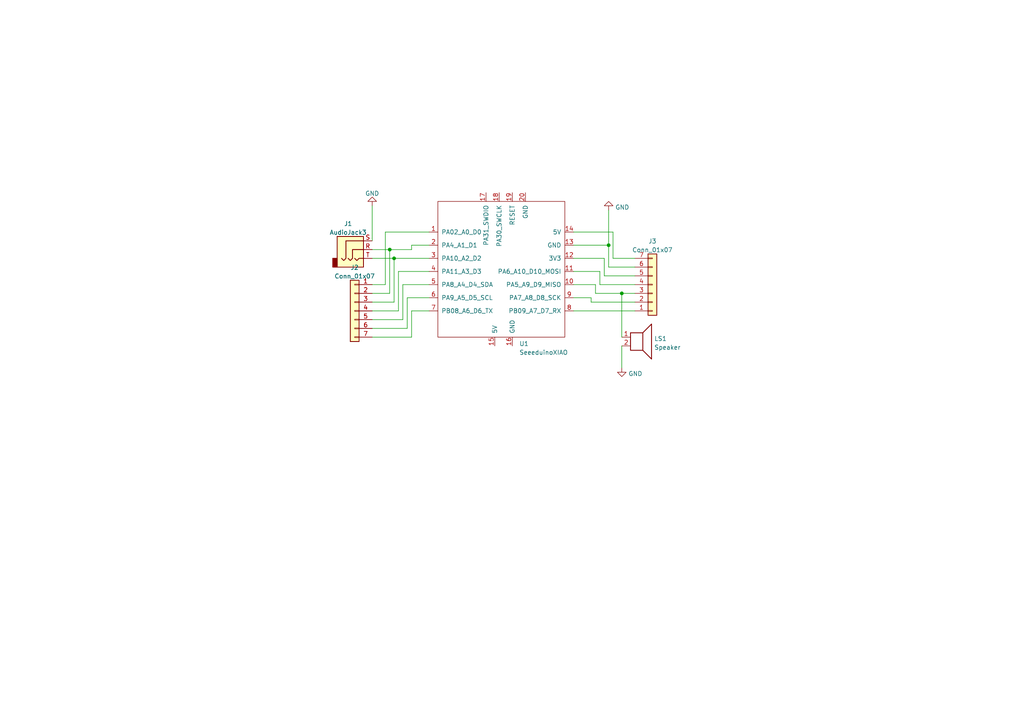
<source format=kicad_sch>
(kicad_sch (version 20211123) (generator eeschema)
  (paper "A4")
  (lib_symbols
    (symbol "Connector:AudioJack3"
      (property "Reference" "J" (at 0 8.89 0))
      (property "Value" "AudioJack3" (at 0 6.35 0))
      (symbol "AudioJack3_0_1"
        (rectangle (start -5.08 -5.08) (end -6.35 -2.54) (stroke (width 0.254)) (fill (type outline)))
        (polyline (pts (xy 0 -2.54) (xy 0.635 -3.175) (xy 1.27 -2.54) (xy 2.54 -2.54)) (stroke (width 0.254)))
        (polyline (pts (xy -1.905 -2.54) (xy -1.27 -3.175) (xy -0.635 -2.54) (xy -0.635 0) (xy 2.54 0)) (stroke (width 0.254)))
        (polyline (pts (xy 2.54 2.54) (xy -2.54 2.54) (xy -2.54 -2.54) (xy -3.175 -3.175) (xy -3.81 -2.54)) (stroke (width 0.254)))
        (rectangle (start 2.54 3.81) (end -5.08 -5.08) (stroke (width 0.254)) (fill (type background)))
      )
      (symbol "AudioJack3_1_1"
        (pin passive line (at 5.08 0 180) (length 2.54) (name "~") (number "R"))
        (pin passive line (at 5.08 2.54 180) (length 2.54) (name "~") (number "S"))
        (pin passive line (at 5.08 -2.54 180) (length 2.54) (name "~") (number "T"))
      )
    )
    (symbol "Connector_Generic:Conn_01x07" (pin_names (offset 1.016) hide)
      (property "Reference" "J" (at 0 10.16 0))
      (property "Value" "Conn_01x07" (at 0 -10.16 0))
      (symbol "Conn_01x07_1_1"
        (rectangle (start -1.27 -7.493) (end 0 -7.747) (stroke (width 0.1524)))
        (rectangle (start -1.27 -4.953) (end 0 -5.207) (stroke (width 0.1524)))
        (rectangle (start -1.27 -2.413) (end 0 -2.667) (stroke (width 0.1524)))
        (rectangle (start -1.27 0.127) (end 0 -0.127) (stroke (width 0.1524)))
        (rectangle (start -1.27 2.667) (end 0 2.413) (stroke (width 0.1524)))
        (rectangle (start -1.27 5.207) (end 0 4.953) (stroke (width 0.1524)))
        (rectangle (start -1.27 7.747) (end 0 7.493) (stroke (width 0.1524)))
        (rectangle (start -1.27 8.89) (end 1.27 -8.89) (stroke (width 0.254)) (fill (type background)))
        (pin passive line (at -5.08 7.62 0) (length 3.81) (name "Pin_1") (number "1"))
        (pin passive line (at -5.08 5.08 0) (length 3.81) (name "Pin_2") (number "2"))
        (pin passive line (at -5.08 2.54 0) (length 3.81) (name "Pin_3") (number "3"))
        (pin passive line (at -5.08 0 0) (length 3.81) (name "Pin_4") (number "4"))
        (pin passive line (at -5.08 -2.54 0) (length 3.81) (name "Pin_5") (number "5"))
        (pin passive line (at -5.08 -5.08 0) (length 3.81) (name "Pin_6") (number "6"))
        (pin passive line (at -5.08 -7.62 0) (length 3.81) (name "Pin_7") (number "7"))
      )
    )
    (symbol "Device:Speaker" (pin_names (offset 0) hide)
      (property "Reference" "LS" (at 1.27 5.715 0))
      (property "Value" "Speaker" (at 1.27 3.81 0))
      (symbol "Speaker_0_0"
        (rectangle (start -2.54 1.27) (end 1.016 -3.81) (stroke (width 0.254)))
        (polyline (pts (xy 1.016 1.27) (xy 3.556 3.81) (xy 3.556 -6.35) (xy 1.016 -3.81)) (stroke (width 0.254)))
      )
      (symbol "Speaker_1_1"
        (pin input line (at -5.08 0 0) (length 2.54) (name "1") (number "1"))
        (pin input line (at -5.08 -2.54 0) (length 2.54) (name "2") (number "2"))
      )
    )
    (symbol "Seeeduino XIAO:SeeeduinoXIAO" (pin_names (offset 1.016))
      (property "Reference" "U" (at -19.05 22.86 0))
      (property "Value" "SeeeduinoXIAO" (at -12.7 21.59 0))
      (symbol "SeeeduinoXIAO_0_1"
        (rectangle (start -19.05 20.32) (end 17.78 -19.05))
      )
      (symbol "SeeeduinoXIAO_1_1"
        (pin unspecified line (at -21.59 11.43 0) (length 2.54) (name "PA02_A0_D0") (number "1"))
        (pin unspecified line (at 20.32 -3.81 180) (length 2.54) (name "PA5_A9_D9_MISO") (number "10"))
        (pin unspecified line (at 20.32 0 180) (length 2.54) (name "PA6_A10_D10_MOSI") (number "11"))
        (pin unspecified line (at 20.32 3.81 180) (length 2.54) (name "3V3") (number "12"))
        (pin unspecified line (at 20.32 7.62 180) (length 2.54) (name "GND") (number "13"))
        (pin unspecified line (at 20.32 11.43 180) (length 2.54) (name "5V") (number "14"))
        (pin input line (at -2.54 -21.59 90) (length 2.54) (name "5V") (number "15"))
        (pin input line (at 2.54 -21.59 90) (length 2.54) (name "GND") (number "16"))
        (pin input line (at -5.08 22.86 270) (length 2.54) (name "PA31_SWDIO") (number "17"))
        (pin input line (at -1.27 22.86 270) (length 2.54) (name "PA30_SWCLK") (number "18"))
        (pin input line (at 2.54 22.86 270) (length 2.54) (name "RESET") (number "19"))
        (pin unspecified line (at -21.59 7.62 0) (length 2.54) (name "PA4_A1_D1") (number "2"))
        (pin input line (at 6.35 22.86 270) (length 2.54) (name "GND") (number "20"))
        (pin unspecified line (at -21.59 3.81 0) (length 2.54) (name "PA10_A2_D2") (number "3"))
        (pin unspecified line (at -21.59 0 0) (length 2.54) (name "PA11_A3_D3") (number "4"))
        (pin unspecified line (at -21.59 -3.81 0) (length 2.54) (name "PA8_A4_D4_SDA") (number "5"))
        (pin unspecified line (at -21.59 -7.62 0) (length 2.54) (name "PA9_A5_D5_SCL") (number "6"))
        (pin unspecified line (at -21.59 -11.43 0) (length 2.54) (name "PB08_A6_D6_TX") (number "7"))
        (pin unspecified line (at 20.32 -11.43 180) (length 2.54) (name "PB09_A7_D7_RX") (number "8"))
        (pin unspecified line (at 20.32 -7.62 180) (length 2.54) (name "PA7_A8_D8_SCK") (number "9"))
      )
    )
    (symbol "power:GND" (power) (pin_names (offset 0))
      (property "Value" "GND" (at 0 -3.81 0))
      (symbol "GND_0_1"
        (polyline (pts (xy 0 0) (xy 0 -1.27) (xy 1.27 -1.27) (xy 0 -2.54) (xy -1.27 -1.27) (xy 0 -1.27)))
      )
      (symbol "GND_1_1"
        (pin power_in line (at 0 0 270) (length 0) hide (name "GND") (number "1"))
      )
    )
  )
  (junction (at 180.34 85.09))
  (junction (at 113.03 72.39))
  (junction (at 176.53 71.12))
  (junction (at 114.3 74.93))
  (wire (pts (xy 184.15 80.01) (xy 175.26 80.01)))
  (wire (pts (xy 180.34 85.09) (xy 180.34 97.79)))
  (wire (pts (xy 166.37 82.55) (xy 172.72 82.55)))
  (wire (pts (xy 114.3 74.93) (xy 114.3 87.63)))
  (wire (pts (xy 111.76 82.55) (xy 111.76 67.31)))
  (wire (pts (xy 113.03 85.09) (xy 113.03 72.39)))
  (wire (pts (xy 171.45 87.63) (xy 184.15 87.63)))
  (wire (pts (xy 107.95 82.55) (xy 111.76 82.55)))
  (wire (pts (xy 176.53 71.12) (xy 176.53 77.47)))
  (wire (pts (xy 107.95 59.69) (xy 107.95 69.85)))
  (wire (pts (xy 119.38 97.79) (xy 107.95 97.79)))
  (wire (pts (xy 116.84 82.55) (xy 116.84 92.71)))
  (wire (pts (xy 166.37 71.12) (xy 176.53 71.12)))
  (wire (pts (xy 177.8 67.31) (xy 166.37 67.31)))
  (wire (pts (xy 184.15 74.93) (xy 177.8 74.93)))
  (wire (pts (xy 119.38 71.12) (xy 119.38 72.39)))
  (wire (pts (xy 171.45 86.36) (xy 171.45 87.63)))
  (wire (pts (xy 173.99 82.55) (xy 184.15 82.55)))
  (wire (pts (xy 172.72 85.09) (xy 180.34 85.09)))
  (wire (pts (xy 166.37 78.74) (xy 173.99 78.74)))
  (wire (pts (xy 124.46 82.55) (xy 116.84 82.55)))
  (wire (pts (xy 176.53 77.47) (xy 184.15 77.47)))
  (wire (pts (xy 107.95 85.09) (xy 113.03 85.09)))
  (wire (pts (xy 124.46 71.12) (xy 119.38 71.12)))
  (wire (pts (xy 119.38 90.17) (xy 124.46 90.17)))
  (wire (pts (xy 107.95 95.25) (xy 118.11 95.25)))
  (wire (pts (xy 118.11 86.36) (xy 124.46 86.36)))
  (wire (pts (xy 115.57 78.74) (xy 124.46 78.74)))
  (wire (pts (xy 116.84 92.71) (xy 107.95 92.71)))
  (wire (pts (xy 177.8 74.93) (xy 177.8 67.31)))
  (wire (pts (xy 173.99 78.74) (xy 173.99 82.55)))
  (wire (pts (xy 175.26 74.93) (xy 166.37 74.93)))
  (wire (pts (xy 176.53 60.96) (xy 176.53 71.12)))
  (wire (pts (xy 115.57 90.17) (xy 115.57 78.74)))
  (wire (pts (xy 107.95 90.17) (xy 115.57 90.17)))
  (wire (pts (xy 180.34 100.33) (xy 180.34 106.68)))
  (wire (pts (xy 119.38 90.17) (xy 119.38 97.79)))
  (wire (pts (xy 107.95 74.93) (xy 114.3 74.93)))
  (wire (pts (xy 119.38 72.39) (xy 113.03 72.39)))
  (wire (pts (xy 118.11 95.25) (xy 118.11 86.36)))
  (wire (pts (xy 107.95 87.63) (xy 114.3 87.63)))
  (wire (pts (xy 113.03 72.39) (xy 107.95 72.39)))
  (wire (pts (xy 166.37 86.36) (xy 171.45 86.36)))
  (wire (pts (xy 114.3 74.93) (xy 124.46 74.93)))
  (wire (pts (xy 111.76 67.31) (xy 124.46 67.31)))
  (wire (pts (xy 180.34 85.09) (xy 184.15 85.09)))
  (wire (pts (xy 166.37 90.17) (xy 184.15 90.17)))
  (wire (pts (xy 175.26 80.01) (xy 175.26 74.93)))
  (wire (pts (xy 172.72 82.55) (xy 172.72 85.09)))
  (symbol (lib_id "Seeeduino XIAO:SeeeduinoXIAO") (at 146.05 78.74 0) (unit 1)
    (property "Reference" "U1" (at 150.6094 99.6934 0) (effects (justify left)))
    (property "Value" "SeeeduinoXIAO" (at 150.6094 102.2303 0) (effects (justify left)))
    (property "Footprint" "Seeeduino XIAO:Seeeduino XIAO Sides Only" (effects hide))
  )
  (symbol (lib_id "power:GND") (at 107.95 59.69 180) (unit 1)
    (property "Reference" "#PWR0104" (effects hide))
    (property "Value" "GND" (at 107.95 56.1142 0))
  )
  (symbol (lib_id "Connector:AudioJack3") (at 102.87 72.39 0) (unit 1)
    (property "Reference" "J1" (at 100.965 64.8802 0))
    (property "Value" "AudioJack3" (at 100.965 67.4171 0))
    (property "Footprint" "Connector_Audio:Jack_3.5mm_CUI_SJ1-3525N_Horizontal" (effects hide))
  )
  (symbol (lib_id "Connector_Generic:Conn_01x07") (at 189.23 82.55 0) (mirror x) (unit 1)
    (property "Reference" "J3" (at 189.23 69.9602 0))
    (property "Value" "Conn_01x07" (at 189.23 72.4971 0))
    (property "Footprint" "Connector_PinSocket_2.54mm:PinSocket_1x07_P2.54mm_Vertical" (effects hide))
  )
  (symbol (lib_id "Device:Speaker") (at 185.42 97.79 0) (unit 1)
    (property "Reference" "LS1" (at 189.738 98.2253 0) (effects (justify left)))
    (property "Value" "Speaker" (at 189.738 100.7622 0) (effects (justify left)))
    (property "Footprint" "Connector_PinSocket_2.54mm:PinSocket_1x02_P2.54mm_Vertical" (effects hide))
  )
  (symbol (lib_id "Connector_Generic:Conn_01x07") (at 102.87 90.17 0) (mirror y) (unit 1)
    (property "Reference" "J2" (at 102.87 77.5802 0))
    (property "Value" "Conn_01x07" (at 102.87 80.1171 0))
    (property "Footprint" "Connector_PinSocket_2.54mm:PinSocket_1x07_P2.54mm_Vertical" (effects hide))
  )
  (symbol (lib_id "power:GND") (at 180.34 106.68 0) (unit 1)
    (property "Reference" "#PWR0102" (effects hide))
    (property "Value" "GND" (at 182.245 108.3838 0) (effects (justify left)))
  )
  (symbol (lib_id "power:GND") (at 176.53 60.96 180) (unit 1)
    (property "Reference" "#PWR0101" (effects hide))
    (property "Value" "GND" (at 178.435 60.1238 0) (effects (justify right)))
  )
)
</source>
